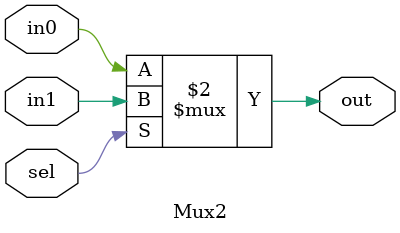
<source format=v>
module Mux2(in0, in1, sel, out);

input in0, in1, sel;
output out;

assign out = (sel == 1)? in1: in0;


endmodule
</source>
